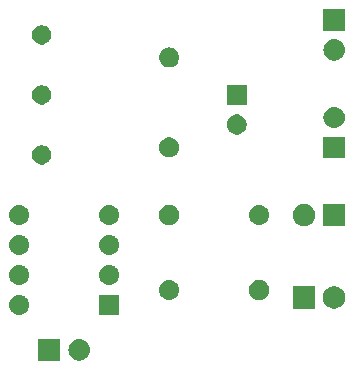
<source format=gbr>
G04 #@! TF.GenerationSoftware,KiCad,Pcbnew,(5.1.2)-2*
G04 #@! TF.CreationDate,2019-11-18T22:52:41-06:00*
G04 #@! TF.ProjectId,Temporizador_V0,54656d70-6f72-4697-9a61-646f725f5630,rev?*
G04 #@! TF.SameCoordinates,Original*
G04 #@! TF.FileFunction,Soldermask,Bot*
G04 #@! TF.FilePolarity,Negative*
%FSLAX46Y46*%
G04 Gerber Fmt 4.6, Leading zero omitted, Abs format (unit mm)*
G04 Created by KiCad (PCBNEW (5.1.2)-2) date 2019-11-18 22:52:41*
%MOMM*%
%LPD*%
G04 APERTURE LIST*
%ADD10C,0.100000*%
G04 APERTURE END LIST*
D10*
G36*
X156320442Y-126740518D02*
G01*
X156386627Y-126747037D01*
X156556466Y-126798557D01*
X156712991Y-126882222D01*
X156748729Y-126911552D01*
X156850186Y-126994814D01*
X156933448Y-127096271D01*
X156962778Y-127132009D01*
X157046443Y-127288534D01*
X157097963Y-127458373D01*
X157115359Y-127635000D01*
X157097963Y-127811627D01*
X157046443Y-127981466D01*
X156962778Y-128137991D01*
X156933448Y-128173729D01*
X156850186Y-128275186D01*
X156748729Y-128358448D01*
X156712991Y-128387778D01*
X156556466Y-128471443D01*
X156386627Y-128522963D01*
X156320443Y-128529481D01*
X156254260Y-128536000D01*
X156165740Y-128536000D01*
X156099557Y-128529481D01*
X156033373Y-128522963D01*
X155863534Y-128471443D01*
X155707009Y-128387778D01*
X155671271Y-128358448D01*
X155569814Y-128275186D01*
X155486552Y-128173729D01*
X155457222Y-128137991D01*
X155373557Y-127981466D01*
X155322037Y-127811627D01*
X155304641Y-127635000D01*
X155322037Y-127458373D01*
X155373557Y-127288534D01*
X155457222Y-127132009D01*
X155486552Y-127096271D01*
X155569814Y-126994814D01*
X155671271Y-126911552D01*
X155707009Y-126882222D01*
X155863534Y-126798557D01*
X156033373Y-126747037D01*
X156099558Y-126740518D01*
X156165740Y-126734000D01*
X156254260Y-126734000D01*
X156320442Y-126740518D01*
X156320442Y-126740518D01*
G37*
G36*
X154571000Y-128536000D02*
G01*
X152769000Y-128536000D01*
X152769000Y-126734000D01*
X154571000Y-126734000D01*
X154571000Y-128536000D01*
X154571000Y-128536000D01*
G37*
G36*
X151296823Y-122986313D02*
G01*
X151457242Y-123034976D01*
X151589906Y-123105886D01*
X151605078Y-123113996D01*
X151734659Y-123220341D01*
X151841004Y-123349922D01*
X151841005Y-123349924D01*
X151920024Y-123497758D01*
X151968687Y-123658177D01*
X151985117Y-123825000D01*
X151968687Y-123991823D01*
X151920024Y-124152242D01*
X151849114Y-124284906D01*
X151841004Y-124300078D01*
X151734659Y-124429659D01*
X151605078Y-124536004D01*
X151605076Y-124536005D01*
X151457242Y-124615024D01*
X151296823Y-124663687D01*
X151171804Y-124676000D01*
X151088196Y-124676000D01*
X150963177Y-124663687D01*
X150802758Y-124615024D01*
X150654924Y-124536005D01*
X150654922Y-124536004D01*
X150525341Y-124429659D01*
X150418996Y-124300078D01*
X150410886Y-124284906D01*
X150339976Y-124152242D01*
X150291313Y-123991823D01*
X150274883Y-123825000D01*
X150291313Y-123658177D01*
X150339976Y-123497758D01*
X150418995Y-123349924D01*
X150418996Y-123349922D01*
X150525341Y-123220341D01*
X150654922Y-123113996D01*
X150670094Y-123105886D01*
X150802758Y-123034976D01*
X150963177Y-122986313D01*
X151088196Y-122974000D01*
X151171804Y-122974000D01*
X151296823Y-122986313D01*
X151296823Y-122986313D01*
G37*
G36*
X159601000Y-124676000D02*
G01*
X157899000Y-124676000D01*
X157899000Y-122974000D01*
X159601000Y-122974000D01*
X159601000Y-124676000D01*
X159601000Y-124676000D01*
G37*
G36*
X176211000Y-124141000D02*
G01*
X174309000Y-124141000D01*
X174309000Y-122239000D01*
X176211000Y-122239000D01*
X176211000Y-124141000D01*
X176211000Y-124141000D01*
G37*
G36*
X178077395Y-122275546D02*
G01*
X178250466Y-122347234D01*
X178250467Y-122347235D01*
X178406227Y-122451310D01*
X178538690Y-122583773D01*
X178538691Y-122583775D01*
X178642766Y-122739534D01*
X178714454Y-122912605D01*
X178751000Y-123096333D01*
X178751000Y-123283667D01*
X178714454Y-123467395D01*
X178642766Y-123640466D01*
X178642765Y-123640467D01*
X178538690Y-123796227D01*
X178406227Y-123928690D01*
X178327818Y-123981081D01*
X178250466Y-124032766D01*
X178077395Y-124104454D01*
X177893667Y-124141000D01*
X177706333Y-124141000D01*
X177522605Y-124104454D01*
X177349534Y-124032766D01*
X177272182Y-123981081D01*
X177193773Y-123928690D01*
X177061310Y-123796227D01*
X176957235Y-123640467D01*
X176957234Y-123640466D01*
X176885546Y-123467395D01*
X176849000Y-123283667D01*
X176849000Y-123096333D01*
X176885546Y-122912605D01*
X176957234Y-122739534D01*
X177061309Y-122583775D01*
X177061310Y-122583773D01*
X177193773Y-122451310D01*
X177349533Y-122347235D01*
X177349534Y-122347234D01*
X177522605Y-122275546D01*
X177706333Y-122239000D01*
X177893667Y-122239000D01*
X178077395Y-122275546D01*
X178077395Y-122275546D01*
G37*
G36*
X171698228Y-121736703D02*
G01*
X171853100Y-121800853D01*
X171992481Y-121893985D01*
X172111015Y-122012519D01*
X172204147Y-122151900D01*
X172268297Y-122306772D01*
X172301000Y-122471184D01*
X172301000Y-122638816D01*
X172268297Y-122803228D01*
X172204147Y-122958100D01*
X172111015Y-123097481D01*
X171992481Y-123216015D01*
X171853100Y-123309147D01*
X171698228Y-123373297D01*
X171533816Y-123406000D01*
X171366184Y-123406000D01*
X171201772Y-123373297D01*
X171046900Y-123309147D01*
X170907519Y-123216015D01*
X170788985Y-123097481D01*
X170695853Y-122958100D01*
X170631703Y-122803228D01*
X170599000Y-122638816D01*
X170599000Y-122471184D01*
X170631703Y-122306772D01*
X170695853Y-122151900D01*
X170788985Y-122012519D01*
X170907519Y-121893985D01*
X171046900Y-121800853D01*
X171201772Y-121736703D01*
X171366184Y-121704000D01*
X171533816Y-121704000D01*
X171698228Y-121736703D01*
X171698228Y-121736703D01*
G37*
G36*
X163996823Y-121716313D02*
G01*
X164157242Y-121764976D01*
X164224361Y-121800852D01*
X164305078Y-121843996D01*
X164434659Y-121950341D01*
X164541004Y-122079922D01*
X164541005Y-122079924D01*
X164620024Y-122227758D01*
X164668687Y-122388177D01*
X164685117Y-122555000D01*
X164668687Y-122721823D01*
X164620024Y-122882242D01*
X164579477Y-122958100D01*
X164541004Y-123030078D01*
X164434659Y-123159659D01*
X164305078Y-123266004D01*
X164305076Y-123266005D01*
X164157242Y-123345024D01*
X163996823Y-123393687D01*
X163871804Y-123406000D01*
X163788196Y-123406000D01*
X163663177Y-123393687D01*
X163502758Y-123345024D01*
X163354924Y-123266005D01*
X163354922Y-123266004D01*
X163225341Y-123159659D01*
X163118996Y-123030078D01*
X163080523Y-122958100D01*
X163039976Y-122882242D01*
X162991313Y-122721823D01*
X162974883Y-122555000D01*
X162991313Y-122388177D01*
X163039976Y-122227758D01*
X163118995Y-122079924D01*
X163118996Y-122079922D01*
X163225341Y-121950341D01*
X163354922Y-121843996D01*
X163435639Y-121800852D01*
X163502758Y-121764976D01*
X163663177Y-121716313D01*
X163788196Y-121704000D01*
X163871804Y-121704000D01*
X163996823Y-121716313D01*
X163996823Y-121716313D01*
G37*
G36*
X158916823Y-120446313D02*
G01*
X159077242Y-120494976D01*
X159209906Y-120565886D01*
X159225078Y-120573996D01*
X159354659Y-120680341D01*
X159461004Y-120809922D01*
X159461005Y-120809924D01*
X159540024Y-120957758D01*
X159588687Y-121118177D01*
X159605117Y-121285000D01*
X159588687Y-121451823D01*
X159540024Y-121612242D01*
X159490978Y-121704000D01*
X159461004Y-121760078D01*
X159354659Y-121889659D01*
X159225078Y-121996004D01*
X159225076Y-121996005D01*
X159077242Y-122075024D01*
X158916823Y-122123687D01*
X158791804Y-122136000D01*
X158708196Y-122136000D01*
X158583177Y-122123687D01*
X158422758Y-122075024D01*
X158274924Y-121996005D01*
X158274922Y-121996004D01*
X158145341Y-121889659D01*
X158038996Y-121760078D01*
X158009022Y-121704000D01*
X157959976Y-121612242D01*
X157911313Y-121451823D01*
X157894883Y-121285000D01*
X157911313Y-121118177D01*
X157959976Y-120957758D01*
X158038995Y-120809924D01*
X158038996Y-120809922D01*
X158145341Y-120680341D01*
X158274922Y-120573996D01*
X158290094Y-120565886D01*
X158422758Y-120494976D01*
X158583177Y-120446313D01*
X158708196Y-120434000D01*
X158791804Y-120434000D01*
X158916823Y-120446313D01*
X158916823Y-120446313D01*
G37*
G36*
X151296823Y-120446313D02*
G01*
X151457242Y-120494976D01*
X151589906Y-120565886D01*
X151605078Y-120573996D01*
X151734659Y-120680341D01*
X151841004Y-120809922D01*
X151841005Y-120809924D01*
X151920024Y-120957758D01*
X151968687Y-121118177D01*
X151985117Y-121285000D01*
X151968687Y-121451823D01*
X151920024Y-121612242D01*
X151870978Y-121704000D01*
X151841004Y-121760078D01*
X151734659Y-121889659D01*
X151605078Y-121996004D01*
X151605076Y-121996005D01*
X151457242Y-122075024D01*
X151296823Y-122123687D01*
X151171804Y-122136000D01*
X151088196Y-122136000D01*
X150963177Y-122123687D01*
X150802758Y-122075024D01*
X150654924Y-121996005D01*
X150654922Y-121996004D01*
X150525341Y-121889659D01*
X150418996Y-121760078D01*
X150389022Y-121704000D01*
X150339976Y-121612242D01*
X150291313Y-121451823D01*
X150274883Y-121285000D01*
X150291313Y-121118177D01*
X150339976Y-120957758D01*
X150418995Y-120809924D01*
X150418996Y-120809922D01*
X150525341Y-120680341D01*
X150654922Y-120573996D01*
X150670094Y-120565886D01*
X150802758Y-120494976D01*
X150963177Y-120446313D01*
X151088196Y-120434000D01*
X151171804Y-120434000D01*
X151296823Y-120446313D01*
X151296823Y-120446313D01*
G37*
G36*
X151296823Y-117906313D02*
G01*
X151457242Y-117954976D01*
X151589906Y-118025886D01*
X151605078Y-118033996D01*
X151734659Y-118140341D01*
X151841004Y-118269922D01*
X151841005Y-118269924D01*
X151920024Y-118417758D01*
X151968687Y-118578177D01*
X151985117Y-118745000D01*
X151968687Y-118911823D01*
X151920024Y-119072242D01*
X151849114Y-119204906D01*
X151841004Y-119220078D01*
X151734659Y-119349659D01*
X151605078Y-119456004D01*
X151605076Y-119456005D01*
X151457242Y-119535024D01*
X151296823Y-119583687D01*
X151171804Y-119596000D01*
X151088196Y-119596000D01*
X150963177Y-119583687D01*
X150802758Y-119535024D01*
X150654924Y-119456005D01*
X150654922Y-119456004D01*
X150525341Y-119349659D01*
X150418996Y-119220078D01*
X150410886Y-119204906D01*
X150339976Y-119072242D01*
X150291313Y-118911823D01*
X150274883Y-118745000D01*
X150291313Y-118578177D01*
X150339976Y-118417758D01*
X150418995Y-118269924D01*
X150418996Y-118269922D01*
X150525341Y-118140341D01*
X150654922Y-118033996D01*
X150670094Y-118025886D01*
X150802758Y-117954976D01*
X150963177Y-117906313D01*
X151088196Y-117894000D01*
X151171804Y-117894000D01*
X151296823Y-117906313D01*
X151296823Y-117906313D01*
G37*
G36*
X158916823Y-117906313D02*
G01*
X159077242Y-117954976D01*
X159209906Y-118025886D01*
X159225078Y-118033996D01*
X159354659Y-118140341D01*
X159461004Y-118269922D01*
X159461005Y-118269924D01*
X159540024Y-118417758D01*
X159588687Y-118578177D01*
X159605117Y-118745000D01*
X159588687Y-118911823D01*
X159540024Y-119072242D01*
X159469114Y-119204906D01*
X159461004Y-119220078D01*
X159354659Y-119349659D01*
X159225078Y-119456004D01*
X159225076Y-119456005D01*
X159077242Y-119535024D01*
X158916823Y-119583687D01*
X158791804Y-119596000D01*
X158708196Y-119596000D01*
X158583177Y-119583687D01*
X158422758Y-119535024D01*
X158274924Y-119456005D01*
X158274922Y-119456004D01*
X158145341Y-119349659D01*
X158038996Y-119220078D01*
X158030886Y-119204906D01*
X157959976Y-119072242D01*
X157911313Y-118911823D01*
X157894883Y-118745000D01*
X157911313Y-118578177D01*
X157959976Y-118417758D01*
X158038995Y-118269924D01*
X158038996Y-118269922D01*
X158145341Y-118140341D01*
X158274922Y-118033996D01*
X158290094Y-118025886D01*
X158422758Y-117954976D01*
X158583177Y-117906313D01*
X158708196Y-117894000D01*
X158791804Y-117894000D01*
X158916823Y-117906313D01*
X158916823Y-117906313D01*
G37*
G36*
X175537395Y-115290546D02*
G01*
X175710466Y-115362234D01*
X175716572Y-115366314D01*
X175866227Y-115466310D01*
X175998690Y-115598773D01*
X176041284Y-115662520D01*
X176102766Y-115754534D01*
X176174454Y-115927605D01*
X176211000Y-116111333D01*
X176211000Y-116298667D01*
X176174454Y-116482395D01*
X176102766Y-116655466D01*
X176102765Y-116655467D01*
X175998690Y-116811227D01*
X175866227Y-116943690D01*
X175843092Y-116959148D01*
X175710466Y-117047766D01*
X175537395Y-117119454D01*
X175353667Y-117156000D01*
X175166333Y-117156000D01*
X174982605Y-117119454D01*
X174809534Y-117047766D01*
X174676908Y-116959148D01*
X174653773Y-116943690D01*
X174521310Y-116811227D01*
X174417235Y-116655467D01*
X174417234Y-116655466D01*
X174345546Y-116482395D01*
X174309000Y-116298667D01*
X174309000Y-116111333D01*
X174345546Y-115927605D01*
X174417234Y-115754534D01*
X174478716Y-115662520D01*
X174521310Y-115598773D01*
X174653773Y-115466310D01*
X174803428Y-115366314D01*
X174809534Y-115362234D01*
X174982605Y-115290546D01*
X175166333Y-115254000D01*
X175353667Y-115254000D01*
X175537395Y-115290546D01*
X175537395Y-115290546D01*
G37*
G36*
X178751000Y-117156000D02*
G01*
X176849000Y-117156000D01*
X176849000Y-115254000D01*
X178751000Y-115254000D01*
X178751000Y-117156000D01*
X178751000Y-117156000D01*
G37*
G36*
X164078228Y-115386703D02*
G01*
X164233100Y-115450853D01*
X164372481Y-115543985D01*
X164491015Y-115662519D01*
X164584147Y-115801900D01*
X164648297Y-115956772D01*
X164681000Y-116121184D01*
X164681000Y-116288816D01*
X164648297Y-116453228D01*
X164584147Y-116608100D01*
X164491015Y-116747481D01*
X164372481Y-116866015D01*
X164233100Y-116959147D01*
X164078228Y-117023297D01*
X163913816Y-117056000D01*
X163746184Y-117056000D01*
X163581772Y-117023297D01*
X163426900Y-116959147D01*
X163287519Y-116866015D01*
X163168985Y-116747481D01*
X163075853Y-116608100D01*
X163011703Y-116453228D01*
X162979000Y-116288816D01*
X162979000Y-116121184D01*
X163011703Y-115956772D01*
X163075853Y-115801900D01*
X163168985Y-115662519D01*
X163287519Y-115543985D01*
X163426900Y-115450853D01*
X163581772Y-115386703D01*
X163746184Y-115354000D01*
X163913816Y-115354000D01*
X164078228Y-115386703D01*
X164078228Y-115386703D01*
G37*
G36*
X151296823Y-115366313D02*
G01*
X151457242Y-115414976D01*
X151524361Y-115450852D01*
X151605078Y-115493996D01*
X151734659Y-115600341D01*
X151841004Y-115729922D01*
X151841005Y-115729924D01*
X151920024Y-115877758D01*
X151968687Y-116038177D01*
X151985117Y-116205000D01*
X151968687Y-116371823D01*
X151920024Y-116532242D01*
X151879477Y-116608100D01*
X151841004Y-116680078D01*
X151734659Y-116809659D01*
X151605078Y-116916004D01*
X151605076Y-116916005D01*
X151457242Y-116995024D01*
X151296823Y-117043687D01*
X151171804Y-117056000D01*
X151088196Y-117056000D01*
X150963177Y-117043687D01*
X150802758Y-116995024D01*
X150654924Y-116916005D01*
X150654922Y-116916004D01*
X150525341Y-116809659D01*
X150418996Y-116680078D01*
X150380523Y-116608100D01*
X150339976Y-116532242D01*
X150291313Y-116371823D01*
X150274883Y-116205000D01*
X150291313Y-116038177D01*
X150339976Y-115877758D01*
X150418995Y-115729924D01*
X150418996Y-115729922D01*
X150525341Y-115600341D01*
X150654922Y-115493996D01*
X150735639Y-115450852D01*
X150802758Y-115414976D01*
X150963177Y-115366313D01*
X151088196Y-115354000D01*
X151171804Y-115354000D01*
X151296823Y-115366313D01*
X151296823Y-115366313D01*
G37*
G36*
X158916823Y-115366313D02*
G01*
X159077242Y-115414976D01*
X159144361Y-115450852D01*
X159225078Y-115493996D01*
X159354659Y-115600341D01*
X159461004Y-115729922D01*
X159461005Y-115729924D01*
X159540024Y-115877758D01*
X159588687Y-116038177D01*
X159605117Y-116205000D01*
X159588687Y-116371823D01*
X159540024Y-116532242D01*
X159499477Y-116608100D01*
X159461004Y-116680078D01*
X159354659Y-116809659D01*
X159225078Y-116916004D01*
X159225076Y-116916005D01*
X159077242Y-116995024D01*
X158916823Y-117043687D01*
X158791804Y-117056000D01*
X158708196Y-117056000D01*
X158583177Y-117043687D01*
X158422758Y-116995024D01*
X158274924Y-116916005D01*
X158274922Y-116916004D01*
X158145341Y-116809659D01*
X158038996Y-116680078D01*
X158000523Y-116608100D01*
X157959976Y-116532242D01*
X157911313Y-116371823D01*
X157894883Y-116205000D01*
X157911313Y-116038177D01*
X157959976Y-115877758D01*
X158038995Y-115729924D01*
X158038996Y-115729922D01*
X158145341Y-115600341D01*
X158274922Y-115493996D01*
X158355639Y-115450852D01*
X158422758Y-115414976D01*
X158583177Y-115366313D01*
X158708196Y-115354000D01*
X158791804Y-115354000D01*
X158916823Y-115366313D01*
X158916823Y-115366313D01*
G37*
G36*
X171616823Y-115366313D02*
G01*
X171777242Y-115414976D01*
X171844361Y-115450852D01*
X171925078Y-115493996D01*
X172054659Y-115600341D01*
X172161004Y-115729922D01*
X172161005Y-115729924D01*
X172240024Y-115877758D01*
X172288687Y-116038177D01*
X172305117Y-116205000D01*
X172288687Y-116371823D01*
X172240024Y-116532242D01*
X172199477Y-116608100D01*
X172161004Y-116680078D01*
X172054659Y-116809659D01*
X171925078Y-116916004D01*
X171925076Y-116916005D01*
X171777242Y-116995024D01*
X171616823Y-117043687D01*
X171491804Y-117056000D01*
X171408196Y-117056000D01*
X171283177Y-117043687D01*
X171122758Y-116995024D01*
X170974924Y-116916005D01*
X170974922Y-116916004D01*
X170845341Y-116809659D01*
X170738996Y-116680078D01*
X170700523Y-116608100D01*
X170659976Y-116532242D01*
X170611313Y-116371823D01*
X170594883Y-116205000D01*
X170611313Y-116038177D01*
X170659976Y-115877758D01*
X170738995Y-115729924D01*
X170738996Y-115729922D01*
X170845341Y-115600341D01*
X170974922Y-115493996D01*
X171055639Y-115450852D01*
X171122758Y-115414976D01*
X171283177Y-115366313D01*
X171408196Y-115354000D01*
X171491804Y-115354000D01*
X171616823Y-115366313D01*
X171616823Y-115366313D01*
G37*
G36*
X153272142Y-110343242D02*
G01*
X153420101Y-110404529D01*
X153553255Y-110493499D01*
X153666501Y-110606745D01*
X153755471Y-110739899D01*
X153816758Y-110887858D01*
X153848000Y-111044925D01*
X153848000Y-111205075D01*
X153816758Y-111362142D01*
X153755471Y-111510101D01*
X153666501Y-111643255D01*
X153553255Y-111756501D01*
X153420101Y-111845471D01*
X153272142Y-111906758D01*
X153115075Y-111938000D01*
X152954925Y-111938000D01*
X152797858Y-111906758D01*
X152649899Y-111845471D01*
X152516745Y-111756501D01*
X152403499Y-111643255D01*
X152314529Y-111510101D01*
X152253242Y-111362142D01*
X152222000Y-111205075D01*
X152222000Y-111044925D01*
X152253242Y-110887858D01*
X152314529Y-110739899D01*
X152403499Y-110606745D01*
X152516745Y-110493499D01*
X152649899Y-110404529D01*
X152797858Y-110343242D01*
X152954925Y-110312000D01*
X153115075Y-110312000D01*
X153272142Y-110343242D01*
X153272142Y-110343242D01*
G37*
G36*
X178701000Y-111391000D02*
G01*
X176899000Y-111391000D01*
X176899000Y-109589000D01*
X178701000Y-109589000D01*
X178701000Y-111391000D01*
X178701000Y-111391000D01*
G37*
G36*
X164078228Y-109671703D02*
G01*
X164233100Y-109735853D01*
X164372481Y-109828985D01*
X164491015Y-109947519D01*
X164584147Y-110086900D01*
X164648297Y-110241772D01*
X164681000Y-110406184D01*
X164681000Y-110573816D01*
X164648297Y-110738228D01*
X164584147Y-110893100D01*
X164491015Y-111032481D01*
X164372481Y-111151015D01*
X164233100Y-111244147D01*
X164078228Y-111308297D01*
X163913816Y-111341000D01*
X163746184Y-111341000D01*
X163581772Y-111308297D01*
X163426900Y-111244147D01*
X163287519Y-111151015D01*
X163168985Y-111032481D01*
X163075853Y-110893100D01*
X163011703Y-110738228D01*
X162979000Y-110573816D01*
X162979000Y-110406184D01*
X163011703Y-110241772D01*
X163075853Y-110086900D01*
X163168985Y-109947519D01*
X163287519Y-109828985D01*
X163426900Y-109735853D01*
X163581772Y-109671703D01*
X163746184Y-109639000D01*
X163913816Y-109639000D01*
X164078228Y-109671703D01*
X164078228Y-109671703D01*
G37*
G36*
X169793228Y-107726703D02*
G01*
X169948100Y-107790853D01*
X170087481Y-107883985D01*
X170206015Y-108002519D01*
X170299147Y-108141900D01*
X170363297Y-108296772D01*
X170396000Y-108461184D01*
X170396000Y-108628816D01*
X170363297Y-108793228D01*
X170299147Y-108948100D01*
X170206015Y-109087481D01*
X170087481Y-109206015D01*
X169948100Y-109299147D01*
X169793228Y-109363297D01*
X169628816Y-109396000D01*
X169461184Y-109396000D01*
X169296772Y-109363297D01*
X169141900Y-109299147D01*
X169002519Y-109206015D01*
X168883985Y-109087481D01*
X168790853Y-108948100D01*
X168726703Y-108793228D01*
X168694000Y-108628816D01*
X168694000Y-108461184D01*
X168726703Y-108296772D01*
X168790853Y-108141900D01*
X168883985Y-108002519D01*
X169002519Y-107883985D01*
X169141900Y-107790853D01*
X169296772Y-107726703D01*
X169461184Y-107694000D01*
X169628816Y-107694000D01*
X169793228Y-107726703D01*
X169793228Y-107726703D01*
G37*
G36*
X177910442Y-107055518D02*
G01*
X177976627Y-107062037D01*
X178146466Y-107113557D01*
X178302991Y-107197222D01*
X178338729Y-107226552D01*
X178440186Y-107309814D01*
X178523448Y-107411271D01*
X178552778Y-107447009D01*
X178636443Y-107603534D01*
X178687963Y-107773373D01*
X178705359Y-107950000D01*
X178687963Y-108126627D01*
X178636443Y-108296466D01*
X178636442Y-108296468D01*
X178594611Y-108374728D01*
X178552778Y-108452991D01*
X178546054Y-108461184D01*
X178440186Y-108590186D01*
X178338729Y-108673448D01*
X178302991Y-108702778D01*
X178146466Y-108786443D01*
X177976627Y-108837963D01*
X177910442Y-108844482D01*
X177844260Y-108851000D01*
X177755740Y-108851000D01*
X177689558Y-108844482D01*
X177623373Y-108837963D01*
X177453534Y-108786443D01*
X177297009Y-108702778D01*
X177261271Y-108673448D01*
X177159814Y-108590186D01*
X177053946Y-108461184D01*
X177047222Y-108452991D01*
X177005389Y-108374728D01*
X176963558Y-108296468D01*
X176963557Y-108296466D01*
X176912037Y-108126627D01*
X176894641Y-107950000D01*
X176912037Y-107773373D01*
X176963557Y-107603534D01*
X177047222Y-107447009D01*
X177076552Y-107411271D01*
X177159814Y-107309814D01*
X177261271Y-107226552D01*
X177297009Y-107197222D01*
X177453534Y-107113557D01*
X177623373Y-107062037D01*
X177689558Y-107055518D01*
X177755740Y-107049000D01*
X177844260Y-107049000D01*
X177910442Y-107055518D01*
X177910442Y-107055518D01*
G37*
G36*
X170396000Y-106896000D02*
G01*
X168694000Y-106896000D01*
X168694000Y-105194000D01*
X170396000Y-105194000D01*
X170396000Y-106896000D01*
X170396000Y-106896000D01*
G37*
G36*
X153272142Y-105263242D02*
G01*
X153420101Y-105324529D01*
X153553255Y-105413499D01*
X153666501Y-105526745D01*
X153755471Y-105659899D01*
X153816758Y-105807858D01*
X153848000Y-105964925D01*
X153848000Y-106125075D01*
X153816758Y-106282142D01*
X153755471Y-106430101D01*
X153666501Y-106563255D01*
X153553255Y-106676501D01*
X153420101Y-106765471D01*
X153272142Y-106826758D01*
X153115075Y-106858000D01*
X152954925Y-106858000D01*
X152797858Y-106826758D01*
X152649899Y-106765471D01*
X152516745Y-106676501D01*
X152403499Y-106563255D01*
X152314529Y-106430101D01*
X152253242Y-106282142D01*
X152222000Y-106125075D01*
X152222000Y-105964925D01*
X152253242Y-105807858D01*
X152314529Y-105659899D01*
X152403499Y-105526745D01*
X152516745Y-105413499D01*
X152649899Y-105324529D01*
X152797858Y-105263242D01*
X152954925Y-105232000D01*
X153115075Y-105232000D01*
X153272142Y-105263242D01*
X153272142Y-105263242D01*
G37*
G36*
X163996823Y-102031313D02*
G01*
X164157242Y-102079976D01*
X164289906Y-102150886D01*
X164305078Y-102158996D01*
X164434659Y-102265341D01*
X164541004Y-102394922D01*
X164541005Y-102394924D01*
X164620024Y-102542758D01*
X164668687Y-102703177D01*
X164685117Y-102870000D01*
X164668687Y-103036823D01*
X164620024Y-103197242D01*
X164549114Y-103329906D01*
X164541004Y-103345078D01*
X164434659Y-103474659D01*
X164305078Y-103581004D01*
X164305076Y-103581005D01*
X164157242Y-103660024D01*
X163996823Y-103708687D01*
X163871804Y-103721000D01*
X163788196Y-103721000D01*
X163663177Y-103708687D01*
X163502758Y-103660024D01*
X163354924Y-103581005D01*
X163354922Y-103581004D01*
X163225341Y-103474659D01*
X163118996Y-103345078D01*
X163110886Y-103329906D01*
X163039976Y-103197242D01*
X162991313Y-103036823D01*
X162974883Y-102870000D01*
X162991313Y-102703177D01*
X163039976Y-102542758D01*
X163118995Y-102394924D01*
X163118996Y-102394922D01*
X163225341Y-102265341D01*
X163354922Y-102158996D01*
X163370094Y-102150886D01*
X163502758Y-102079976D01*
X163663177Y-102031313D01*
X163788196Y-102019000D01*
X163871804Y-102019000D01*
X163996823Y-102031313D01*
X163996823Y-102031313D01*
G37*
G36*
X177910442Y-101340518D02*
G01*
X177976627Y-101347037D01*
X178146466Y-101398557D01*
X178302991Y-101482222D01*
X178338729Y-101511552D01*
X178440186Y-101594814D01*
X178514585Y-101685471D01*
X178552778Y-101732009D01*
X178636443Y-101888534D01*
X178687963Y-102058373D01*
X178705359Y-102235000D01*
X178687963Y-102411627D01*
X178636443Y-102581466D01*
X178552778Y-102737991D01*
X178523448Y-102773729D01*
X178440186Y-102875186D01*
X178338729Y-102958448D01*
X178302991Y-102987778D01*
X178146466Y-103071443D01*
X177976627Y-103122963D01*
X177910442Y-103129482D01*
X177844260Y-103136000D01*
X177755740Y-103136000D01*
X177689558Y-103129482D01*
X177623373Y-103122963D01*
X177453534Y-103071443D01*
X177297009Y-102987778D01*
X177261271Y-102958448D01*
X177159814Y-102875186D01*
X177076552Y-102773729D01*
X177047222Y-102737991D01*
X176963557Y-102581466D01*
X176912037Y-102411627D01*
X176894641Y-102235000D01*
X176912037Y-102058373D01*
X176963557Y-101888534D01*
X177047222Y-101732009D01*
X177085415Y-101685471D01*
X177159814Y-101594814D01*
X177261271Y-101511552D01*
X177297009Y-101482222D01*
X177453534Y-101398557D01*
X177623373Y-101347037D01*
X177689558Y-101340518D01*
X177755740Y-101334000D01*
X177844260Y-101334000D01*
X177910442Y-101340518D01*
X177910442Y-101340518D01*
G37*
G36*
X153272142Y-100183242D02*
G01*
X153420101Y-100244529D01*
X153553255Y-100333499D01*
X153666501Y-100446745D01*
X153755471Y-100579899D01*
X153816758Y-100727858D01*
X153848000Y-100884925D01*
X153848000Y-101045075D01*
X153816758Y-101202142D01*
X153755471Y-101350101D01*
X153666501Y-101483255D01*
X153553255Y-101596501D01*
X153420101Y-101685471D01*
X153272142Y-101746758D01*
X153115075Y-101778000D01*
X152954925Y-101778000D01*
X152797858Y-101746758D01*
X152649899Y-101685471D01*
X152516745Y-101596501D01*
X152403499Y-101483255D01*
X152314529Y-101350101D01*
X152253242Y-101202142D01*
X152222000Y-101045075D01*
X152222000Y-100884925D01*
X152253242Y-100727858D01*
X152314529Y-100579899D01*
X152403499Y-100446745D01*
X152516745Y-100333499D01*
X152649899Y-100244529D01*
X152797858Y-100183242D01*
X152954925Y-100152000D01*
X153115075Y-100152000D01*
X153272142Y-100183242D01*
X153272142Y-100183242D01*
G37*
G36*
X178701000Y-100596000D02*
G01*
X176899000Y-100596000D01*
X176899000Y-98794000D01*
X178701000Y-98794000D01*
X178701000Y-100596000D01*
X178701000Y-100596000D01*
G37*
M02*

</source>
